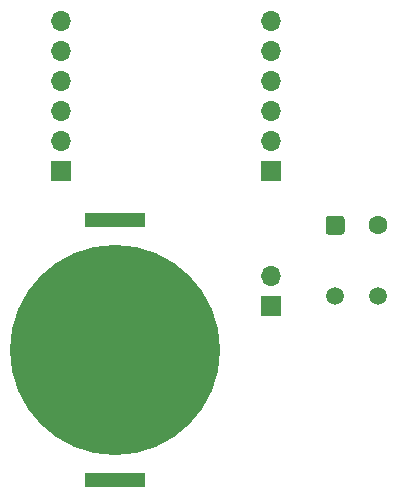
<source format=gbr>
%TF.GenerationSoftware,KiCad,Pcbnew,(5.1.9)-1*%
%TF.CreationDate,2021-05-19T15:00:27-04:00*%
%TF.ProjectId,fox_hunt_2m_fm,666f785f-6875-46e7-945f-326d5f666d2e,rev?*%
%TF.SameCoordinates,Original*%
%TF.FileFunction,Soldermask,Bot*%
%TF.FilePolarity,Negative*%
%FSLAX46Y46*%
G04 Gerber Fmt 4.6, Leading zero omitted, Abs format (unit mm)*
G04 Created by KiCad (PCBNEW (5.1.9)-1) date 2021-05-19 15:00:27*
%MOMM*%
%LPD*%
G01*
G04 APERTURE LIST*
%ADD10C,1.500000*%
%ADD11C,1.600000*%
%ADD12O,1.700000X1.700000*%
%ADD13R,1.700000X1.700000*%
%ADD14R,5.080000X1.270000*%
%ADD15C,17.800000*%
G04 APERTURE END LIST*
D10*
%TO.C,J4*%
X156635000Y-142398000D03*
X153035000Y-142398000D03*
D11*
X156635000Y-136398000D03*
G36*
G01*
X152235000Y-136948000D02*
X152235000Y-135848000D01*
G75*
G02*
X152485000Y-135598000I250000J0D01*
G01*
X153585000Y-135598000D01*
G75*
G02*
X153835000Y-135848000I0J-250000D01*
G01*
X153835000Y-136948000D01*
G75*
G02*
X153585000Y-137198000I-250000J0D01*
G01*
X152485000Y-137198000D01*
G75*
G02*
X152235000Y-136948000I0J250000D01*
G01*
G37*
%TD*%
D12*
%TO.C,J3*%
X147574000Y-140716000D03*
D13*
X147574000Y-143256000D03*
%TD*%
D12*
%TO.C,J2*%
X129794000Y-119126000D03*
X129794000Y-121666000D03*
X129794000Y-124206000D03*
X129794000Y-126746000D03*
X129794000Y-129286000D03*
D13*
X129794000Y-131826000D03*
%TD*%
D12*
%TO.C,J1*%
X147574000Y-119126000D03*
X147574000Y-121666000D03*
X147574000Y-124206000D03*
X147574000Y-126746000D03*
X147574000Y-129286000D03*
D13*
X147574000Y-131826000D03*
%TD*%
D14*
%TO.C,BT1*%
X134366000Y-157924000D03*
X134366000Y-135954000D03*
D15*
X134366000Y-146939000D03*
%TD*%
M02*

</source>
